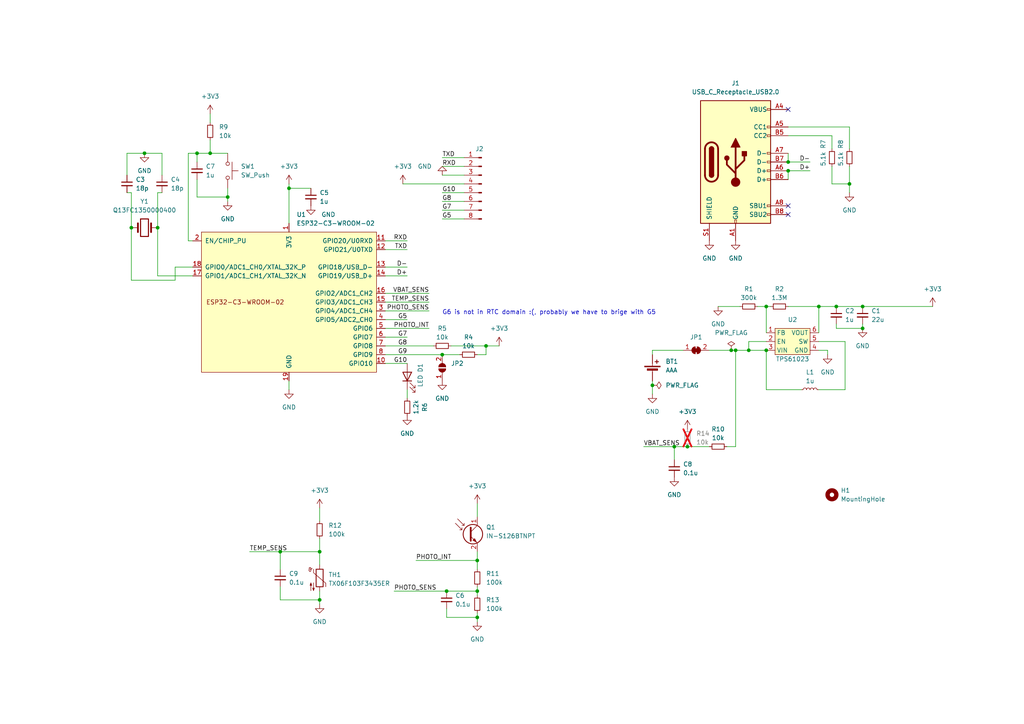
<source format=kicad_sch>
(kicad_sch (version 20231120) (generator "eeschema") (generator_version "8.0")
  (paper "A4")
  (title_block (title "ESP-AAA") (date "2024-03-07") (rev "1.0") (comment 1 "https://cern-ohl.web.cern.ch/") (comment 2 "Licensed under CERN-OHL-W") (comment 4 "Repo: https://github.com/flaminggoat/esp-aaa-hw"))
  (lib_symbols
    (symbol "Connector:Conn_01x08_Pin" (pin_names (offset 1.016) hide)
      (property "Reference" "J" (at 0 10.16 0))
      (property "Value" "Conn_01x08_Pin" (at 0 -12.7 0))
      (symbol "Conn_01x08_Pin_1_1"
        (polyline (pts (xy 1.27 -10.16) (xy 0.8636 -10.16)) (stroke (width 0.1524)))
        (polyline (pts (xy 1.27 -7.62) (xy 0.8636 -7.62)) (stroke (width 0.1524)))
        (polyline (pts (xy 1.27 -5.08) (xy 0.8636 -5.08)) (stroke (width 0.1524)))
        (polyline (pts (xy 1.27 -2.54) (xy 0.8636 -2.54)) (stroke (width 0.1524)))
        (polyline (pts (xy 1.27 0) (xy 0.8636 0)) (stroke (width 0.1524)))
        (polyline (pts (xy 1.27 2.54) (xy 0.8636 2.54)) (stroke (width 0.1524)))
        (polyline (pts (xy 1.27 5.08) (xy 0.8636 5.08)) (stroke (width 0.1524)))
        (polyline (pts (xy 1.27 7.62) (xy 0.8636 7.62)) (stroke (width 0.1524)))
        (rectangle (start 0.8636 -10.033) (end 0 -10.287) (stroke (width 0.1524)) (fill (type outline)))
        (rectangle (start 0.8636 -7.493) (end 0 -7.747) (stroke (width 0.1524)) (fill (type outline)))
        (rectangle (start 0.8636 -4.953) (end 0 -5.207) (stroke (width 0.1524)) (fill (type outline)))
        (rectangle (start 0.8636 -2.413) (end 0 -2.667) (stroke (width 0.1524)) (fill (type outline)))
        (rectangle (start 0.8636 0.127) (end 0 -0.127) (stroke (width 0.1524)) (fill (type outline)))
        (rectangle (start 0.8636 2.667) (end 0 2.413) (stroke (width 0.1524)) (fill (type outline)))
        (rectangle (start 0.8636 5.207) (end 0 4.953) (stroke (width 0.1524)) (fill (type outline)))
        (rectangle (start 0.8636 7.747) (end 0 7.493) (stroke (width 0.1524)) (fill (type outline)))
        (pin passive line (at 5.08 7.62 180) (length 3.81) (name "Pin_1") (number "1"))
        (pin passive line (at 5.08 5.08 180) (length 3.81) (name "Pin_2") (number "2"))
        (pin passive line (at 5.08 2.54 180) (length 3.81) (name "Pin_3") (number "3"))
        (pin passive line (at 5.08 0 180) (length 3.81) (name "Pin_4") (number "4"))
        (pin passive line (at 5.08 -2.54 180) (length 3.81) (name "Pin_5") (number "5"))
        (pin passive line (at 5.08 -5.08 180) (length 3.81) (name "Pin_6") (number "6"))
        (pin passive line (at 5.08 -7.62 180) (length 3.81) (name "Pin_7") (number "7"))
        (pin passive line (at 5.08 -10.16 180) (length 3.81) (name "Pin_8") (number "8"))
      )
    )
    (symbol "Connector:USB_C_Receptacle_USB2.0" (pin_names (offset 1.016))
      (property "Reference" "J" (at -10.16 19.05 0))
      (property "Value" "USB_C_Receptacle_USB2.0" (at 19.05 19.05 0))
      (symbol "USB_C_Receptacle_USB2.0_0_0"
        (rectangle (start -0.254 -17.78) (end 0.254 -16.764))
        (rectangle (start 10.16 -14.986) (end 9.144 -15.494))
        (rectangle (start 10.16 -12.446) (end 9.144 -12.954))
        (rectangle (start 10.16 -4.826) (end 9.144 -5.334))
        (rectangle (start 10.16 -2.286) (end 9.144 -2.794))
        (rectangle (start 10.16 0.254) (end 9.144 -0.254))
        (rectangle (start 10.16 2.794) (end 9.144 2.286))
        (rectangle (start 10.16 7.874) (end 9.144 7.366))
        (rectangle (start 10.16 10.414) (end 9.144 9.906))
        (rectangle (start 10.16 15.494) (end 9.144 14.986))
      )
      (symbol "USB_C_Receptacle_USB2.0_0_1"
        (rectangle (start -10.16 17.78) (end 10.16 -17.78) (stroke (width 0.254)) (fill (type background)))
        (arc (start -8.89 -3.81) (mid -6.985 -5.7067) (end -5.08 -3.81) (stroke (width 0.508)))
        (arc (start -7.62 -3.81) (mid -6.985 -4.4423) (end -6.35 -3.81) (stroke (width 0.254)))
        (arc (start -7.62 -3.81) (mid -6.985 -4.4423) (end -6.35 -3.81) (stroke (width 0.254)) (fill (type outline)))
        (rectangle (start -7.62 -3.81) (end -6.35 3.81) (stroke (width 0.254)) (fill (type outline)))
        (arc (start -6.35 3.81) (mid -6.985 4.4423) (end -7.62 3.81) (stroke (width 0.254)))
        (arc (start -6.35 3.81) (mid -6.985 4.4423) (end -7.62 3.81) (stroke (width 0.254)) (fill (type outline)))
        (arc (start -5.08 3.81) (mid -6.985 5.7067) (end -8.89 3.81) (stroke (width 0.508)))
        (circle (center -2.54 1.143) (radius 0.635) (stroke (width 0.254)) (fill (type outline)))
        (circle (center 0 -5.842) (radius 1.27) (fill (type outline)))
        (polyline (pts (xy -8.89 -3.81) (xy -8.89 3.81)) (stroke (width 0.508)))
        (polyline (pts (xy -5.08 3.81) (xy -5.08 -3.81)) (stroke (width 0.508)))
        (polyline (pts (xy 0 -5.842) (xy 0 4.318)) (stroke (width 0.508)))
        (polyline (pts (xy 0 -3.302) (xy -2.54 -0.762) (xy -2.54 0.508)) (stroke (width 0.508)))
        (polyline (pts (xy 0 -2.032) (xy 2.54 0.508) (xy 2.54 1.778)) (stroke (width 0.508)))
        (polyline (pts (xy -1.27 4.318) (xy 0 6.858) (xy 1.27 4.318) (xy -1.27 4.318)) (stroke (width 0.254)) (fill (type outline)))
        (rectangle (start 1.905 1.778) (end 3.175 3.048) (stroke (width 0.254)) (fill (type outline)))
      )
      (symbol "USB_C_Receptacle_USB2.0_1_1"
        (pin passive line (at 0 -22.86 90) (length 5.08) (name "GND") (number "A1"))
        (pin passive line (at 0 -22.86 90) (length 5.08) hide (name "GND") (number "A12"))
        (pin passive line (at 15.24 15.24 180) (length 5.08) (name "VBUS") (number "A4"))
        (pin bidirectional line (at 15.24 10.16 180) (length 5.08) (name "CC1") (number "A5"))
        (pin bidirectional line (at 15.24 -2.54 180) (length 5.08) (name "D+") (number "A6"))
        (pin bidirectional line (at 15.24 2.54 180) (length 5.08) (name "D-") (number "A7"))
        (pin bidirectional line (at 15.24 -12.7 180) (length 5.08) (name "SBU1") (number "A8"))
        (pin passive line (at 15.24 15.24 180) (length 5.08) hide (name "VBUS") (number "A9"))
        (pin passive line (at 0 -22.86 90) (length 5.08) hide (name "GND") (number "B1"))
        (pin passive line (at 0 -22.86 90) (length 5.08) hide (name "GND") (number "B12"))
        (pin passive line (at 15.24 15.24 180) (length 5.08) hide (name "VBUS") (number "B4"))
        (pin bidirectional line (at 15.24 7.62 180) (length 5.08) (name "CC2") (number "B5"))
        (pin bidirectional line (at 15.24 -5.08 180) (length 5.08) (name "D+") (number "B6"))
        (pin bidirectional line (at 15.24 0 180) (length 5.08) (name "D-") (number "B7"))
        (pin bidirectional line (at 15.24 -15.24 180) (length 5.08) (name "SBU2") (number "B8"))
        (pin passive line (at 15.24 15.24 180) (length 5.08) hide (name "VBUS") (number "B9"))
        (pin passive line (at -7.62 -22.86 90) (length 5.08) (name "SHIELD") (number "S1"))
      )
    )
    (symbol "Device:Battery_Cell" (pin_numbers hide) (pin_names (offset 0) hide)
      (property "Reference" "BT" (at 2.54 2.54 0))
      (property "Value" "Battery_Cell" (at 2.54 0 0))
      (symbol "Battery_Cell_0_1"
        (rectangle (start -2.286 1.778) (end 2.286 1.524) (fill (type outline)))
        (rectangle (start -1.524 1.016) (end 1.524 0.508) (fill (type outline)))
        (polyline (pts (xy 0 0.762) (xy 0 0)))
        (polyline (pts (xy 0 1.778) (xy 0 2.54)))
        (polyline (pts (xy 0.762 3.048) (xy 1.778 3.048)) (stroke (width 0.254)))
        (polyline (pts (xy 1.27 3.556) (xy 1.27 2.54)) (stroke (width 0.254)))
      )
      (symbol "Battery_Cell_1_1"
        (pin passive line (at 0 5.08 270) (length 2.54) (name "+") (number "1"))
        (pin passive line (at 0 -2.54 90) (length 2.54) (name "-") (number "2"))
      )
    )
    (symbol "Device:C_Small" (pin_numbers hide) (pin_names (offset 0.254) hide)
      (property "Reference" "C" (at 0.254 1.778 0))
      (property "Value" "C_Small" (at 0.254 -2.032 0))
      (symbol "C_Small_0_1"
        (polyline (pts (xy -1.524 -0.508) (xy 1.524 -0.508)) (stroke (width 0.3302)))
        (polyline (pts (xy -1.524 0.508) (xy 1.524 0.508)) (stroke (width 0.3048)))
      )
      (symbol "C_Small_1_1"
        (pin passive line (at 0 2.54 270) (length 2.032) (name "~") (number "1"))
        (pin passive line (at 0 -2.54 90) (length 2.032) (name "~") (number "2"))
      )
    )
    (symbol "Device:Crystal" (pin_numbers hide) (pin_names (offset 1.016) hide)
      (property "Reference" "Y" (at 0 3.81 0))
      (property "Value" "Crystal" (at 0 -3.81 0))
      (symbol "Crystal_0_1"
        (rectangle (start -1.143 2.54) (end 1.143 -2.54) (stroke (width 0.3048)))
        (polyline (pts (xy -2.54 0) (xy -1.905 0)))
        (polyline (pts (xy -1.905 -1.27) (xy -1.905 1.27)) (stroke (width 0.508)))
        (polyline (pts (xy 1.905 -1.27) (xy 1.905 1.27)) (stroke (width 0.508)))
        (polyline (pts (xy 2.54 0) (xy 1.905 0)))
      )
      (symbol "Crystal_1_1"
        (pin passive line (at -3.81 0 0) (length 1.27) (name "1") (number "1"))
        (pin passive line (at 3.81 0 180) (length 1.27) (name "2") (number "2"))
      )
    )
    (symbol "Device:LED" (pin_numbers hide) (pin_names (offset 1.016) hide)
      (property "Reference" "D" (at 0 2.54 0))
      (property "Value" "LED" (at 0 -2.54 0))
      (symbol "LED_0_1"
        (polyline (pts (xy -1.27 -1.27) (xy -1.27 1.27)) (stroke (width 0.254)))
        (polyline (pts (xy -1.27 0) (xy 1.27 0)))
        (polyline (pts (xy 1.27 -1.27) (xy 1.27 1.27) (xy -1.27 0) (xy 1.27 -1.27)) (stroke (width 0.254)))
        (polyline (pts (xy -3.048 -0.762) (xy -4.572 -2.286) (xy -3.81 -2.286) (xy -4.572 -2.286) (xy -4.572 -1.524)))
        (polyline (pts (xy -1.778 -0.762) (xy -3.302 -2.286) (xy -2.54 -2.286) (xy -3.302 -2.286) (xy -3.302 -1.524)))
      )
      (symbol "LED_1_1"
        (pin passive line (at -3.81 0 0) (length 2.54) (name "K") (number "1"))
        (pin passive line (at 3.81 0 180) (length 2.54) (name "A") (number "2"))
      )
    )
    (symbol "Device:L_Small" (pin_numbers hide) (pin_names (offset 0.254) hide)
      (property "Reference" "L" (at 0.762 1.016 0))
      (property "Value" "L_Small" (at 0.762 -1.016 0))
      (symbol "L_Small_0_1"
        (arc (start 0 -2.032) (mid 0.5058 -1.524) (end 0 -1.016))
        (arc (start 0 -1.016) (mid 0.5058 -0.508) (end 0 0))
        (arc (start 0 0) (mid 0.5058 0.508) (end 0 1.016))
        (arc (start 0 1.016) (mid 0.5058 1.524) (end 0 2.032))
      )
      (symbol "L_Small_1_1"
        (pin passive line (at 0 2.54 270) (length 0.508) (name "~") (number "1"))
        (pin passive line (at 0 -2.54 90) (length 0.508) (name "~") (number "2"))
      )
    )
    (symbol "Device:Q_Photo_NPN" (pin_names (offset 0) hide)
      (property "Reference" "Q" (at 5.08 1.27 0))
      (property "Value" "Q_Photo_NPN" (at 5.08 -1.27 0))
      (symbol "Q_Photo_NPN_0_1"
        (polyline (pts (xy -1.905 1.27) (xy -2.54 1.27)))
        (polyline (pts (xy -1.27 2.54) (xy -1.905 2.54)))
        (polyline (pts (xy 0.635 0.635) (xy 2.54 2.54)))
        (polyline (pts (xy -3.81 3.175) (xy -1.905 1.27) (xy -1.905 1.905)))
        (polyline (pts (xy -3.175 4.445) (xy -1.27 2.54) (xy -1.27 3.175)))
        (polyline (pts (xy 0.635 -0.635) (xy 2.54 -2.54) (xy 2.54 -2.54)))
        (polyline (pts (xy 0.635 1.905) (xy 0.635 -1.905) (xy 0.635 -1.905)) (stroke (width 0.508)))
        (polyline (pts (xy 1.27 -1.778) (xy 1.778 -1.27) (xy 2.286 -2.286) (xy 1.27 -1.778) (xy 1.27 -1.778)) (fill (type outline)))
        (circle (center 1.27 0) (radius 2.8194) (stroke (width 0.254)))
      )
      (symbol "Q_Photo_NPN_1_1"
        (pin passive line (at 2.54 5.08 270) (length 2.54) (name "C") (number "1"))
        (pin passive line (at 2.54 -5.08 90) (length 2.54) (name "E") (number "2"))
      )
    )
    (symbol "Device:R_Small" (pin_numbers hide) (pin_names (offset 0.254) hide)
      (property "Reference" "R" (at 0.762 0.508 0))
      (property "Value" "R_Small" (at 0.762 -1.016 0))
      (symbol "R_Small_0_1"
        (rectangle (start -0.762 1.778) (end 0.762 -1.778) (stroke (width 0.2032)))
      )
      (symbol "R_Small_1_1"
        (pin passive line (at 0 2.54 270) (length 0.762) (name "~") (number "1"))
        (pin passive line (at 0 -2.54 90) (length 0.762) (name "~") (number "2"))
      )
    )
    (symbol "Device:Thermistor_NTC" (pin_numbers hide) (pin_names (offset 0))
      (property "Reference" "TH" (at -4.445 0 90))
      (property "Value" "Thermistor_NTC" (at 3.175 0 90))
      (symbol "Thermistor_NTC_0_1"
        (arc (start -3.048 2.159) (mid -3.0495 2.3143) (end -3.175 2.413))
        (arc (start -3.048 2.159) (mid -2.9736 1.9794) (end -2.794 1.905))
        (arc (start -3.048 2.794) (mid -2.9736 2.6144) (end -2.794 2.54))
        (arc (start -2.794 1.905) (mid -2.6144 1.9794) (end -2.54 2.159))
        (arc (start -2.794 2.54) (mid -2.4393 2.5587) (end -2.159 2.794))
        (arc (start -2.794 3.048) (mid -2.9736 2.9736) (end -3.048 2.794))
        (arc (start -2.54 2.794) (mid -2.6144 2.9736) (end -2.794 3.048))
        (rectangle (start -1.016 2.54) (end 1.016 -2.54) (stroke (width 0.254)))
        (polyline (pts (xy -2.54 2.159) (xy -2.54 2.794)))
        (polyline (pts (xy -1.778 2.54) (xy -1.778 1.524) (xy 1.778 -1.524) (xy 1.778 -2.54)))
        (polyline (pts (xy -2.54 -3.683) (xy -2.54 -1.397) (xy -2.794 -2.159) (xy -2.286 -2.159) (xy -2.54 -1.397) (xy -2.54 -1.651)) (fill (type outline)))
        (polyline (pts (xy -1.778 -1.397) (xy -1.778 -3.683) (xy -2.032 -2.921) (xy -1.524 -2.921) (xy -1.778 -3.683) (xy -1.778 -3.429)) (fill (type outline)))
      )
      (symbol "Thermistor_NTC_1_1"
        (pin passive line (at 0 3.81 270) (length 1.27) (name "~") (number "1"))
        (pin passive line (at 0 -3.81 90) (length 1.27) (name "~") (number "2"))
      )
    )
    (symbol "Jumper:SolderJumper_2_Bridged" (pin_names (offset 0) hide)
      (property "Reference" "JP" (at 0 2.032 0))
      (property "Value" "SolderJumper_2_Bridged" (at 0 -2.54 0))
      (symbol "SolderJumper_2_Bridged_0_1"
        (rectangle (start -0.508 0.508) (end 0.508 -0.508) (fill (type outline)))
        (arc (start -0.254 1.016) (mid -1.2656 0) (end -0.254 -1.016))
        (arc (start -0.254 1.016) (mid -1.2656 0) (end -0.254 -1.016) (fill (type outline)))
        (polyline (pts (xy -0.254 1.016) (xy -0.254 -1.016)))
        (polyline (pts (xy 0.254 1.016) (xy 0.254 -1.016)))
        (arc (start 0.254 -1.016) (mid 1.2656 0) (end 0.254 1.016))
        (arc (start 0.254 -1.016) (mid 1.2656 0) (end 0.254 1.016) (fill (type outline)))
      )
      (symbol "SolderJumper_2_Bridged_1_1"
        (pin passive line (at -3.81 0 0) (length 2.54) (name "A") (number "1"))
        (pin passive line (at 3.81 0 180) (length 2.54) (name "B") (number "2"))
      )
    )
    (symbol "Jumper:SolderJumper_2_Open" (pin_names (offset 0) hide)
      (property "Reference" "JP" (at 0 2.032 0))
      (property "Value" "SolderJumper_2_Open" (at 0 -2.54 0))
      (symbol "SolderJumper_2_Open_0_1"
        (arc (start -0.254 1.016) (mid -1.2656 0) (end -0.254 -1.016))
        (arc (start -0.254 1.016) (mid -1.2656 0) (end -0.254 -1.016) (fill (type outline)))
        (polyline (pts (xy -0.254 1.016) (xy -0.254 -1.016)))
        (polyline (pts (xy 0.254 1.016) (xy 0.254 -1.016)))
        (arc (start 0.254 -1.016) (mid 1.2656 0) (end 0.254 1.016))
        (arc (start 0.254 -1.016) (mid 1.2656 0) (end 0.254 1.016) (fill (type outline)))
      )
      (symbol "SolderJumper_2_Open_1_1"
        (pin passive line (at -3.81 0 0) (length 2.54) (name "A") (number "1"))
        (pin passive line (at 3.81 0 180) (length 2.54) (name "B") (number "2"))
      )
    )
    (symbol "Mechanical:MountingHole" (pin_names (offset 1.016))
      (property "Reference" "H" (at 0 5.08 0))
      (property "Value" "MountingHole" (at 0 3.175 0))
      (symbol "MountingHole_0_1"
        (circle (center 0 0) (radius 1.27) (stroke (width 1.27)))
      )
    )
    (symbol "PCM_Espressif:ESP32-C3-WROOM-02" (pin_names (offset 1.016))
      (property "Reference" "U" (at -25.4 25.4 0))
      (property "Value" "ESP32-C3-WROOM-02" (at -25.4 22.86 0))
      (symbol "ESP32-C3-WROOM-02_0_0"
        (text "ESP32-C3-WROOM-02" (at -12.7 0 0) (effects (font (size 1.27 1.27))))
      )
      (symbol "ESP32-C3-WROOM-02_0_1"
        (rectangle (start 25.4 20.32) (end -25.4 -20.32) (fill (type background)))
      )
      (symbol "ESP32-C3-WROOM-02_1_1"
        (pin power_in line (at 0 22.86 270) (length 2.54) (name "3V3") (number "1"))
        (pin bidirectional line (at 27.94 -17.78 180) (length 2.54) (name "GPIO10") (number "10"))
        (pin bidirectional line (at 27.94 17.78 180) (length 2.54) (name "GPIO20/U0RXD") (number "11"))
        (pin bidirectional line (at 27.94 15.24 180) (length 2.54) (name "GPIO21/U0TXD") (number "12"))
        (pin bidirectional line (at 27.94 10.16 180) (length 2.54) (name "GPIO18/USB_D-") (number "13"))
        (pin bidirectional line (at 27.94 7.62 180) (length 2.54) (name "GPIO19/USB_D+") (number "14"))
        (pin bidirectional line (at 27.94 0 180) (length 2.54) (name "GPIO3/ADC1_CH3") (number "15"))
        (pin bidirectional line (at 27.94 2.54 180) (length 2.54) (name "GPIO2/ADC1_CH2") (number "16"))
        (pin bidirectional line (at -27.94 7.62 0) (length 2.54) (name "GPIO1/ADC1_CH1/XTAL_32K_N") (number "17"))
        (pin bidirectional line (at -27.94 10.16 0) (length 2.54) (name "GPIO0/ADC1_CH0/XTAL_32K_P") (number "18"))
        (pin power_in line (at 0 -22.86 90) (length 2.54) (name "GND") (number "19"))
        (pin input line (at -27.94 17.78 0) (length 2.54) (name "EN/CHIP_PU") (number "2"))
        (pin bidirectional line (at 27.94 -2.54 180) (length 2.54) (name "GPIO4/ADC1_CH4") (number "3"))
        (pin bidirectional line (at 27.94 -5.08 180) (length 2.54) (name "GPIO5/ADC2_CH0") (number "4"))
        (pin bidirectional line (at 27.94 -7.62 180) (length 2.54) (name "GPIO6") (number "5"))
        (pin bidirectional line (at 27.94 -10.16 180) (length 2.54) (name "GPIO7") (number "6"))
        (pin bidirectional line (at 27.94 -12.7 180) (length 2.54) (name "GPIO8") (number "7"))
        (pin bidirectional line (at 27.94 -15.24 180) (length 2.54) (name "GPIO9") (number "8"))
        (pin passive line (at 0 -22.86 90) (length 2.54) hide (name "GND") (number "9"))
      )
    )
    (symbol "Switch:SW_Push" (pin_numbers hide) (pin_names (offset 1.016) hide)
      (property "Reference" "SW" (at 1.27 2.54 0))
      (property "Value" "SW_Push" (at 0 -1.524 0))
      (symbol "SW_Push_0_1"
        (circle (center -2.032 0) (radius 0.508))
        (polyline (pts (xy 0 1.27) (xy 0 3.048)))
        (polyline (pts (xy 2.54 1.27) (xy -2.54 1.27)))
        (circle (center 2.032 0) (radius 0.508))
        (pin passive line (at -5.08 0 0) (length 2.54) (name "1") (number "1"))
        (pin passive line (at 5.08 0 180) (length 2.54) (name "2") (number "2"))
      )
    )
    (symbol "power:+3V3" (power) (pin_names (offset 0))
      (property "Value" "+3V3" (at 0 3.556 0))
      (symbol "+3V3_0_1"
        (polyline (pts (xy -0.762 1.27) (xy 0 2.54)))
        (polyline (pts (xy 0 0) (xy 0 2.54)))
        (polyline (pts (xy 0 2.54) (xy 0.762 1.27)))
      )
      (symbol "+3V3_1_1"
        (pin power_in line (at 0 0 90) (length 0) hide (name "+3V3") (number "1"))
      )
    )
    (symbol "power:GND" (power) (pin_names (offset 0))
      (property "Value" "GND" (at 0 -3.81 0))
      (symbol "GND_0_1"
        (polyline (pts (xy 0 0) (xy 0 -1.27) (xy 1.27 -1.27) (xy 0 -2.54) (xy -1.27 -1.27) (xy 0 -1.27)))
      )
      (symbol "GND_1_1"
        (pin power_in line (at 0 0 270) (length 0) hide (name "GND") (number "1"))
      )
    )
    (symbol "power:PWR_FLAG" (power) (pin_numbers hide) (pin_names (offset 0) hide)
      (property "Value" "PWR_FLAG" (at 0 3.81 0))
      (symbol "PWR_FLAG_0_0"
        (pin power_out line (at 0 0 90) (length 0) (name "pwr") (number "1"))
      )
      (symbol "PWR_FLAG_0_1"
        (polyline (pts (xy 0 0) (xy 0 1.27) (xy -1.016 1.905) (xy 0 2.54) (xy 1.016 1.905) (xy 0 1.27)))
      )
    )
    (symbol "tps61023:TPS61023"
      (property "Reference" "U" (at 0 5.08 0))
      (symbol "TPS61023_1_1"
        (rectangle (start -5.08 3.81) (end 5.08 -3.81) (fill (type background)))
        (pin input line (at -7.62 2.54 0) (length 2.54) (name "FB") (number "1"))
        (pin input line (at -7.62 0 0) (length 2.54) (name "EN") (number "2"))
        (pin power_in line (at -7.62 -2.54 0) (length 2.54) (name "VIN") (number "3"))
        (pin power_in line (at 7.62 -2.54 180) (length 2.54) (name "GND") (number "4"))
        (pin power_out line (at 7.62 0 180) (length 2.54) (name "SW") (number "5"))
        (pin power_out line (at 7.62 2.54 180) (length 2.54) (name "VOUT") (number "6"))
      )
    )
  )
  (junction (at 222.25 88.9))
  (junction (at 92.71 160.02))
  (junction (at 66.04 57.15))
  (junction (at 199.39 129.54))
  (junction (at 92.71 173.99))
  (junction (at 81.28 160.02))
  (junction (at 228.6 49.53))
  (junction (at 212.09 101.6))
  (junction (at 41.91 44.45))
  (junction (at 138.43 162.56))
  (junction (at 213.36 101.6))
  (junction (at 129.54 171.45))
  (junction (at 228.6 46.99))
  (junction (at 138.43 171.45))
  (junction (at 138.43 179.07))
  (junction (at 237.49 88.9))
  (junction (at 217.17 101.6))
  (junction (at 246.38 53.34))
  (junction (at 38.1 66.04))
  (junction (at 222.25 101.6))
  (junction (at 128.27 102.87))
  (junction (at 45.72 66.04))
  (junction (at 195.58 129.54))
  (junction (at 140.97 100.33))
  (junction (at 83.82 54.61))
  (junction (at 250.19 88.9))
  (junction (at 57.15 44.45))
  (junction (at 189.23 111.76))
  (junction (at 242.57 88.9))
  (junction (at 60.96 44.45))
  (junction (at 250.19 95.25))
  (no_connect (at 228.6 31.75))
  (no_connect (at 228.6 62.23))
  (no_connect (at 228.6 59.69))
  (wire (pts (xy 83.82 53.34) (xy 83.82 54.61)))
  (wire (pts (xy 129.54 179.07) (xy 138.43 179.07)))
  (wire (pts (xy 241.3 39.37) (xy 228.6 39.37)))
  (wire (pts (xy 222.25 88.9) (xy 223.52 88.9)))
  (wire (pts (xy 36.83 55.88) (xy 38.1 55.88)))
  (wire (pts (xy 66.04 44.45) (xy 60.96 44.45)))
  (wire (pts (xy 120.65 162.56) (xy 138.43 162.56)))
  (wire (pts (xy 138.43 171.45) (xy 138.43 172.72)))
  (wire (pts (xy 186.69 129.54) (xy 195.58 129.54)))
  (wire (pts (xy 134.62 53.34) (xy 116.84 53.34)))
  (wire (pts (xy 81.28 173.99) (xy 92.71 173.99)))
  (wire (pts (xy 111.76 80.01) (xy 118.11 80.01)))
  (wire (pts (xy 228.6 49.53) (xy 228.6 52.07)))
  (wire (pts (xy 111.76 72.39) (xy 118.11 72.39)))
  (wire (pts (xy 214.63 88.9) (xy 208.28 88.9)))
  (wire (pts (xy 241.3 48.26) (xy 241.3 53.34)))
  (wire (pts (xy 111.76 100.33) (xy 125.73 100.33)))
  (wire (pts (xy 66.04 57.15) (xy 66.04 58.42)))
  (wire (pts (xy 199.39 129.54) (xy 195.58 129.54)))
  (wire (pts (xy 237.49 88.9) (xy 237.49 96.52)))
  (wire (pts (xy 111.76 92.71) (xy 118.11 92.71)))
  (wire (pts (xy 57.15 52.07) (xy 57.15 57.15)))
  (wire (pts (xy 241.3 53.34) (xy 246.38 53.34)))
  (wire (pts (xy 140.97 100.33) (xy 144.78 100.33)))
  (wire (pts (xy 46.99 44.45) (xy 41.91 44.45)))
  (wire (pts (xy 240.03 102.87) (xy 240.03 101.6)))
  (wire (pts (xy 38.1 81.28) (xy 50.8 81.28)))
  (wire (pts (xy 138.43 102.87) (xy 140.97 102.87)))
  (wire (pts (xy 246.38 53.34) (xy 246.38 48.26)))
  (wire (pts (xy 138.43 177.8) (xy 138.43 179.07)))
  (wire (pts (xy 134.62 63.5) (xy 128.27 63.5)))
  (wire (pts (xy 189.23 101.6) (xy 189.23 102.87)))
  (wire (pts (xy 222.25 101.6) (xy 217.17 101.6)))
  (wire (pts (xy 54.61 44.45) (xy 57.15 44.45)))
  (wire (pts (xy 189.23 114.3) (xy 189.23 111.76)))
  (wire (pts (xy 111.76 87.63) (xy 124.46 87.63)))
  (wire (pts (xy 50.8 77.47) (xy 55.88 77.47)))
  (wire (pts (xy 245.11 99.06) (xy 237.49 99.06)))
  (wire (pts (xy 210.82 129.54) (xy 213.36 129.54)))
  (wire (pts (xy 45.72 80.01) (xy 55.88 80.01)))
  (wire (pts (xy 134.62 58.42) (xy 128.27 58.42)))
  (wire (pts (xy 213.36 101.6) (xy 217.17 101.6)))
  (wire (pts (xy 111.76 90.17) (xy 124.46 90.17)))
  (wire (pts (xy 38.1 55.88) (xy 38.1 66.04)))
  (wire (pts (xy 138.43 162.56) (xy 138.43 160.02)))
  (wire (pts (xy 212.09 101.6) (xy 213.36 101.6)))
  (wire (pts (xy 72.39 160.02) (xy 81.28 160.02)))
  (wire (pts (xy 128.27 102.87) (xy 133.35 102.87)))
  (wire (pts (xy 134.62 48.26) (xy 128.27 48.26)))
  (wire (pts (xy 54.61 44.45) (xy 54.61 69.85)))
  (wire (pts (xy 219.71 88.9) (xy 222.25 88.9)))
  (wire (pts (xy 111.76 85.09) (xy 124.46 85.09)))
  (wire (pts (xy 130.81 100.33) (xy 140.97 100.33)))
  (wire (pts (xy 245.11 113.03) (xy 245.11 99.06)))
  (wire (pts (xy 222.25 101.6) (xy 222.25 113.03)))
  (wire (pts (xy 228.6 49.53) (xy 234.95 49.53)))
  (wire (pts (xy 240.03 101.6) (xy 237.49 101.6)))
  (wire (pts (xy 228.6 88.9) (xy 237.49 88.9)))
  (wire (pts (xy 57.15 57.15) (xy 66.04 57.15)))
  (wire (pts (xy 138.43 179.07) (xy 138.43 180.34)))
  (wire (pts (xy 189.23 101.6) (xy 198.12 101.6)))
  (wire (pts (xy 250.19 88.9) (xy 270.51 88.9)))
  (wire (pts (xy 60.96 33.02) (xy 60.96 35.56)))
  (wire (pts (xy 134.62 60.96) (xy 128.27 60.96)))
  (wire (pts (xy 83.82 54.61) (xy 83.82 64.77)))
  (wire (pts (xy 81.28 160.02) (xy 92.71 160.02)))
  (wire (pts (xy 129.54 176.53) (xy 129.54 179.07)))
  (wire (pts (xy 55.88 69.85) (xy 54.61 69.85)))
  (wire (pts (xy 246.38 53.34) (xy 246.38 55.88)))
  (wire (pts (xy 242.57 88.9) (xy 237.49 88.9)))
  (wire (pts (xy 250.19 95.25) (xy 250.19 93.98)))
  (wire (pts (xy 92.71 147.32) (xy 92.71 151.13)))
  (wire (pts (xy 60.96 40.64) (xy 60.96 44.45)))
  (wire (pts (xy 45.72 66.04) (xy 45.72 80.01)))
  (wire (pts (xy 222.25 99.06) (xy 217.17 99.06)))
  (wire (pts (xy 92.71 171.45) (xy 92.71 173.99)))
  (wire (pts (xy 222.25 113.03) (xy 232.41 113.03)))
  (wire (pts (xy 111.76 97.79) (xy 118.11 97.79)))
  (wire (pts (xy 92.71 156.21) (xy 92.71 160.02)))
  (wire (pts (xy 57.15 44.45) (xy 60.96 44.45)))
  (wire (pts (xy 41.91 44.45) (xy 36.83 44.45)))
  (wire (pts (xy 195.58 129.54) (xy 195.58 133.35)))
  (wire (pts (xy 111.76 102.87) (xy 128.27 102.87)))
  (wire (pts (xy 83.82 113.03) (xy 83.82 110.49)))
  (wire (pts (xy 92.71 173.99) (xy 92.71 175.26)))
  (wire (pts (xy 111.76 77.47) (xy 118.11 77.47)))
  (wire (pts (xy 45.72 55.88) (xy 45.72 66.04)))
  (wire (pts (xy 66.04 54.61) (xy 66.04 57.15)))
  (wire (pts (xy 140.97 100.33) (xy 140.97 102.87)))
  (wire (pts (xy 83.82 54.61) (xy 90.17 54.61)))
  (wire (pts (xy 38.1 66.04) (xy 38.1 81.28)))
  (wire (pts (xy 241.3 43.18) (xy 241.3 39.37)))
  (wire (pts (xy 46.99 50.8) (xy 46.99 44.45)))
  (wire (pts (xy 57.15 44.45) (xy 57.15 46.99)))
  (wire (pts (xy 246.38 36.83) (xy 228.6 36.83)))
  (wire (pts (xy 217.17 99.06) (xy 217.17 101.6)))
  (wire (pts (xy 237.49 113.03) (xy 245.11 113.03)))
  (wire (pts (xy 212.09 101.6) (xy 205.74 101.6)))
  (wire (pts (xy 118.11 113.03) (xy 118.11 115.57)))
  (wire (pts (xy 205.74 129.54) (xy 199.39 129.54)))
  (wire (pts (xy 242.57 95.25) (xy 250.19 95.25)))
  (wire (pts (xy 128.27 45.72) (xy 134.62 45.72)))
  (wire (pts (xy 81.28 170.18) (xy 81.28 173.99)))
  (wire (pts (xy 114.3 171.45) (xy 129.54 171.45)))
  (wire (pts (xy 129.54 171.45) (xy 138.43 171.45)))
  (wire (pts (xy 222.25 88.9) (xy 222.25 96.52)))
  (wire (pts (xy 242.57 93.98) (xy 242.57 95.25)))
  (wire (pts (xy 81.28 160.02) (xy 81.28 165.1)))
  (wire (pts (xy 189.23 111.76) (xy 189.23 110.49)))
  (wire (pts (xy 246.38 43.18) (xy 246.38 36.83)))
  (wire (pts (xy 134.62 55.88) (xy 128.27 55.88)))
  (wire (pts (xy 213.36 129.54) (xy 213.36 101.6)))
  (wire (pts (xy 92.71 160.02) (xy 92.71 163.83)))
  (wire (pts (xy 111.76 95.25) (xy 124.46 95.25)))
  (wire (pts (xy 111.76 105.41) (xy 118.11 105.41)))
  (wire (pts (xy 138.43 146.05) (xy 138.43 149.86)))
  (wire (pts (xy 134.62 50.8) (xy 128.27 50.8)))
  (wire (pts (xy 250.19 88.9) (xy 242.57 88.9)))
  (wire (pts (xy 228.6 44.45) (xy 228.6 46.99)))
  (wire (pts (xy 138.43 170.18) (xy 138.43 171.45)))
  (wire (pts (xy 228.6 46.99) (xy 234.95 46.99)))
  (wire (pts (xy 46.99 55.88) (xy 45.72 55.88)))
  (wire (pts (xy 36.83 44.45) (xy 36.83 50.8)))
  (wire (pts (xy 138.43 162.56) (xy 138.43 165.1)))
  (wire (pts (xy 50.8 81.28) (xy 50.8 77.47)))
  (wire (pts (xy 111.76 69.85) (xy 118.11 69.85)))
  (text "G6 is not in RTC domain :(, probably we have to brige with G5\n" (at 128.27 91.44 0) (effects (font (size 1.27 1.27)) (justify left bottom)))
  (label "TXD" (at 118.11 72.39 180))
  (label "TEMP_SENS" (at 72.39 160.02 0))
  (label "G5" (at 128.27 63.5 0))
  (label "G10" (at 118.11 105.41 180))
  (label "G7" (at 128.27 60.96 0))
  (label "D-" (at 234.95 46.99 180))
  (label "TEMP_SENS" (at 124.46 87.63 180))
  (label "G7" (at 118.11 97.79 180))
  (label "VBAT_SENS" (at 186.69 129.54 0))
  (label "D-" (at 118.11 77.47 180))
  (label "RXD" (at 118.11 69.85 180))
  (label "PHOTO_SENS" (at 114.3 171.45 0))
  (label "G5" (at 118.11 92.71 180))
  (label "G9" (at 118.11 102.87 180))
  (label "PHOTO_INT" (at 120.65 162.56 0))
  (label "G10" (at 128.27 55.88 0))
  (label "PHOTO_SENS" (at 124.46 90.17 180))
  (label "D+" (at 234.95 49.53 180))
  (label "D+" (at 118.11 80.01 180))
  (label "G8" (at 128.27 58.42 0))
  (label "TXD" (at 128.27 45.72 0))
  (label "PHOTO_INT" (at 124.46 95.25 180))
  (label "RXD" (at 128.27 48.26 0))
  (label "G8" (at 118.11 100.33 180))
  (label "VBAT_SENS" (at 124.46 85.09 180))
  (symbol (lib_id "power:+3V3") (at 60.96 33.02 0) (unit 1)
    (property "Reference" "#PWR019" (effects (hide yes)))
    (property "Value" "+3V3" (at 60.96 27.94 0))
  )
  (symbol (lib_id "Device:L_Small") (at 234.95 113.03 90) (unit 1)
    (property "Reference" "L1" (at 234.95 107.95 90))
    (property "Value" "1u" (at 234.95 110.49 90))
    (property "Footprint" "Inductor_SMD:L_Chilisin_BMRA00040415" (effects (hide yes)))
  )
  (symbol (lib_id "Device:R_Small") (at 138.43 175.26 0) (unit 1)
    (property "Reference" "R13" (at 140.97 173.99 0) (effects (justify left)))
    (property "Value" "100k" (at 140.97 176.53 0) (effects (justify left)))
    (property "Footprint" "Resistor_SMD:R_0603_1608Metric" (effects (hide yes)))
  )
  (symbol (lib_id "Device:R_Small") (at 60.96 38.1 180) (unit 1)
    (property "Reference" "R9" (at 63.5 36.83 0) (effects (justify right)))
    (property "Value" "10k" (at 63.5 39.37 0) (effects (justify right)))
    (property "Footprint" "Resistor_SMD:R_0603_1608Metric" (effects (hide yes)))
  )
  (symbol (lib_id "power:GND") (at 250.19 95.25 0) (unit 1)
    (property "Reference" "#PWR05" (effects (hide yes)))
    (property "Value" "GND" (at 250.19 100.33 0))
  )
  (symbol (lib_id "power:GND") (at 240.03 102.87 0) (unit 1)
    (property "Reference" "#PWR01" (effects (hide yes)))
    (property "Value" "GND" (at 240.03 107.95 0))
  )
  (symbol (lib_id "Device:R_Small") (at 217.17 88.9 90) (unit 1)
    (property "Reference" "R1" (at 217.17 83.82 90))
    (property "Value" "300k" (at 217.17 86.36 90))
    (property "Footprint" "Resistor_SMD:R_0603_1608Metric" (effects (hide yes)))
  )
  (symbol (lib_id "power:PWR_FLAG") (at 189.23 111.76 270) (unit 1)
    (property "Reference" "#FLG02" (effects (hide yes)))
    (property "Value" "PWR_FLAG" (at 193.04 111.76 90) (effects (justify left)))
  )
  (symbol (lib_id "power:GND") (at 41.91 44.45 0) (unit 1)
    (property "Reference" "#PWR06" (effects (hide yes)))
    (property "Value" "GND" (at 41.91 49.53 0))
  )
  (symbol (lib_id "Device:C_Small") (at 242.57 91.44 0) (unit 1)
    (property "Reference" "C2" (at 245.11 90.1763 0) (effects (justify left)))
    (property "Value" "1u" (at 245.11 92.7163 0) (effects (justify left)))
    (property "Footprint" "Capacitor_SMD:C_0603_1608Metric" (effects (hide yes)))
  )
  (symbol (lib_id "power:+3V3") (at 83.82 53.34 0) (unit 1)
    (property "Reference" "#PWR07" (effects (hide yes)))
    (property "Value" "+3V3" (at 83.82 48.26 0))
  )
  (symbol (lib_id "power:GND") (at 208.28 88.9 0) (unit 1)
    (property "Reference" "#PWR03" (effects (hide yes)))
    (property "Value" "GND" (at 208.28 93.98 0))
  )
  (symbol (lib_id "Switch:SW_Push") (at 66.04 49.53 270) (unit 1)
    (property "Reference" "SW1" (at 69.85 48.26 90) (effects (justify left)))
    (property "Value" "SW_Push" (at 69.85 50.8 90) (effects (justify left)))
    (property "Footprint" "Button_Switch_SMD:SW_Push_1P1T_XKB_TS-1187A" (effects (hide yes)))
  )
  (symbol (lib_id "power:GND") (at 92.71 175.26 0) (unit 1)
    (property "Reference" "#PWR09" (effects (hide yes)))
    (property "Value" "GND" (at 92.71 180.34 0))
  )
  (symbol (lib_id "tps61023:TPS61023") (at 229.87 99.06 0) (unit 1)
    (property "Reference" "U2" (at 229.87 92.71 0))
    (property "Value" "TPS61023" (at 229.87 104.14 0))
    (property "Footprint" "Package_TO_SOT_SMD:SOT-563" (effects (hide yes)))
    (property "Datasheet" "https://www.ti.com/lit/ds/symlink/tps61023.pdf" (effects (hide yes)))
  )
  (symbol (lib_id "power:+3V3") (at 92.71 147.32 0) (unit 1)
    (property "Reference" "#PWR022" (effects (hide yes)))
    (property "Value" "+3V3" (at 92.71 142.24 0))
  )
  (symbol (lib_id "power:+3V3") (at 199.39 124.46 0) (unit 1)
    (property "Reference" "#PWR012" (effects (hide yes)))
    (property "Value" "+3V3" (at 199.39 119.38 0))
  )
  (symbol (lib_id "Device:LED") (at 118.11 109.22 90) (unit 1)
    (property "Reference" "D1" (at 121.92 106.68 0))
    (property "Value" "LED" (at 121.92 110.49 0))
    (property "Footprint" "LED_SMD:LED_0603_1608Metric" (effects (hide yes)))
  )
  (symbol (lib_id "Device:C_Small") (at 57.15 49.53 0) (unit 1)
    (property "Reference" "C7" (at 59.69 48.2663 0) (effects (justify left)))
    (property "Value" "1u" (at 59.69 50.8063 0) (effects (justify left)))
    (property "Footprint" "Capacitor_SMD:C_0603_1608Metric" (effects (hide yes)))
  )
  (symbol (lib_id "Jumper:SolderJumper_2_Open") (at 128.27 106.68 90) (unit 1)
    (property "Reference" "JP2" (at 130.81 105.41 90) (effects (justify right)))
    (property "Value" "SolderJumper_2_Open" (effects (hide yes)))
    (property "Footprint" "Jumper:SolderJumper-2_P1.3mm_Open_TrianglePad1.0x1.5mm" (effects (hide yes)))
  )
  (symbol (lib_id "Device:R_Small") (at 138.43 167.64 0) (unit 1)
    (property "Reference" "R11" (at 140.97 166.37 0) (effects (justify left)))
    (property "Value" "100k" (at 140.97 168.91 0) (effects (justify left)))
    (property "Footprint" "Resistor_SMD:R_0603_1608Metric" (effects (hide yes)))
  )
  (symbol (lib_id "Device:Thermistor_NTC") (at 92.71 167.64 0) (unit 1)
    (property "Reference" "TH1" (at 95.25 166.6875 0) (effects (justify left)))
    (property "Value" "TX06F103F3435ER" (at 95.25 169.2275 0) (effects (justify left)))
    (property "Footprint" "Resistor_SMD:R_0603_1608Metric" (effects (hide yes)))
    (property "Datasheet" "https://www.ohmite.com/assets/docs/res_tx.pdf?r=false?r=false" (effects (hide yes)))
  )
  (symbol (lib_id "Device:R_Small") (at 199.39 127 0) (unit 1) (dnp yes)
    (property "Reference" "R14" (at 201.93 125.73 0) (effects (justify left)))
    (property "Value" "10k" (at 201.93 128.27 0) (effects (justify left)))
    (property "Footprint" "Resistor_SMD:R_0603_1608Metric" (effects (hide yes)))
  )
  (symbol (lib_id "Device:C_Small") (at 129.54 173.99 0) (unit 1)
    (property "Reference" "C6" (at 132.08 172.7263 0) (effects (justify left)))
    (property "Value" "0.1u" (at 132.08 175.2663 0) (effects (justify left)))
    (property "Footprint" "Capacitor_SMD:C_0603_1608Metric" (effects (hide yes)))
  )
  (symbol (lib_id "Device:Battery_Cell") (at 189.23 107.95 0) (unit 1)
    (property "Reference" "BT1" (at 193.04 104.8385 0) (effects (justify left)))
    (property "Value" "AAA" (at 193.04 107.3785 0) (effects (justify left)))
    (property "Footprint" "Battery:BatteryHolder_Keystone_2466_1xAAA" (effects (hide yes)))
  )
  (symbol (lib_id "Device:R_Small") (at 241.3 45.72 0) (unit 1)
    (property "Reference" "R7" (at 238.76 43.18 90) (effects (justify left)))
    (property "Value" "5.1k" (at 238.76 48.26 90) (effects (justify left)))
    (property "Footprint" "Resistor_SMD:R_0603_1608Metric" (effects (hide yes)))
  )
  (symbol (lib_id "Connector:Conn_01x08_Pin") (at 139.7 53.34 0) (mirror y) (unit 1)
    (property "Reference" "J2" (at 139.065 43.18 0))
    (property "Value" "Conn_01x08_Female" (effects (hide yes)))
    (property "Footprint" "Connector_PinHeader_2.54mm:PinHeader_1x08_P2.54mm_Vertical" (effects (hide yes)))
  )
  (symbol (lib_id "power:GND") (at 205.74 69.85 0) (unit 1)
    (property "Reference" "#PWR014" (effects (hide yes)))
    (property "Value" "GND" (at 205.74 74.93 0))
  )
  (symbol (lib_id "Device:C_Small") (at 195.58 135.89 0) (unit 1)
    (property "Reference" "C8" (at 198.12 134.6263 0) (effects (justify left)))
    (property "Value" "0.1u" (at 198.12 137.1663 0) (effects (justify left)))
    (property "Footprint" "Capacitor_SMD:C_0603_1608Metric" (effects (hide yes)))
  )
  (symbol (lib_id "Device:R_Small") (at 135.89 102.87 270) (unit 1)
    (property "Reference" "R4" (at 135.89 97.79 90))
    (property "Value" "10k" (at 135.89 100.33 90))
    (property "Footprint" "Resistor_SMD:R_0603_1608Metric" (effects (hide yes)))
  )
  (symbol (lib_id "Device:R_Small") (at 226.06 88.9 90) (unit 1)
    (property "Reference" "R2" (at 226.06 83.82 90))
    (property "Value" "1.3M" (at 226.06 86.36 90))
    (property "Footprint" "Resistor_SMD:R_0603_1608Metric" (effects (hide yes)))
  )
  (symbol (lib_id "power:+3V3") (at 144.78 100.33 0) (unit 1)
    (property "Reference" "#PWR010" (effects (hide yes)))
    (property "Value" "+3V3" (at 144.78 95.25 0))
  )
  (symbol (lib_id "power:GND") (at 128.27 50.8 180) (unit 1)
    (property "Reference" "#PWR025" (effects (hide yes)))
    (property "Value" "GND" (at 123.19 48.26 0))
  )
  (symbol (lib_id "Device:Crystal") (at 41.91 66.04 0) (unit 1)
    (property "Reference" "Y1" (at 41.91 58.42 0))
    (property "Value" "Q13FC1350000400" (at 41.91 60.96 0))
    (property "Footprint" "Crystal:Crystal_SMD_3215-2Pin_3.2x1.5mm" (effects (hide yes)))
    (property "Datasheet" "https://jlcpcb.com/partdetail/SeikoEpson-Q13FC1350000400/C32346" (effects (hide yes)))
  )
  (symbol (lib_id "PCM_Espressif:ESP32-C3-WROOM-02") (at 83.82 87.63 0) (unit 1)
    (property "Reference" "U1" (at 86.0141 62.23 0) (effects (justify left)))
    (property "Value" "ESP32-C3-WROOM-02" (at 86.0141 64.77 0) (effects (justify left)))
    (property "Footprint" "PCM_Espressif:ESP32-C3-WROOM-02" (effects (hide yes)))
    (property "Datasheet" "https://www.espressif.com/sites/default/files/documentation/esp32-c3-wroom-02_datasheet_en.pdf" (effects (hide yes)))
  )
  (symbol (lib_id "Device:C_Small") (at 46.99 53.34 0) (unit 1)
    (property "Reference" "C4" (at 49.53 52.0763 0) (effects (justify left)))
    (property "Value" "18p" (at 49.53 54.6163 0) (effects (justify left)))
    (property "Footprint" "Capacitor_SMD:C_0603_1608Metric" (effects (hide yes)))
  )
  (symbol (lib_id "Mechanical:MountingHole") (at 241.3 143.51 0) (unit 1)
    (property "Reference" "H1" (at 243.84 142.24 0) (effects (justify left)))
    (property "Value" "MountingHole" (at 243.84 144.78 0) (effects (justify left)))
    (property "Footprint" "MountingHole:MountingHole_2.5mm" (effects (hide yes)))
  )
  (symbol (lib_id "power:PWR_FLAG") (at 212.09 101.6 0) (unit 1)
    (property "Reference" "#FLG01" (effects (hide yes)))
    (property "Value" "PWR_FLAG" (at 212.09 96.52 0))
  )
  (symbol (lib_id "Device:R_Small") (at 118.11 118.11 180) (unit 1)
    (property "Reference" "R6" (at 123.19 118.11 90))
    (property "Value" "1.2k" (at 120.65 118.11 90))
    (property "Footprint" "Resistor_SMD:R_0603_1608Metric" (effects (hide yes)))
  )
  (symbol (lib_id "power:GND") (at 189.23 114.3 0) (unit 1)
    (property "Reference" "#PWR02" (effects (hide yes)))
    (property "Value" "GND" (at 189.23 119.38 0))
  )
  (symbol (lib_id "power:GND") (at 90.17 59.69 0) (unit 1)
    (property "Reference" "#PWR08" (effects (hide yes)))
    (property "Value" "GND" (at 95.25 62.23 0))
  )
  (symbol (lib_id "power:GND") (at 118.11 120.65 0) (unit 1)
    (property "Reference" "#PWR017" (effects (hide yes)))
    (property "Value" "GND" (at 118.11 125.73 0))
  )
  (symbol (lib_id "power:+3V3") (at 116.84 53.34 0) (unit 1)
    (property "Reference" "#PWR023" (effects (hide yes)))
    (property "Value" "+3V3" (at 116.84 48.26 0))
  )
  (symbol (lib_id "Device:C_Small") (at 90.17 57.15 0) (unit 1)
    (property "Reference" "C5" (at 92.71 55.8863 0) (effects (justify left)))
    (property "Value" "1u" (at 92.71 58.4263 0) (effects (justify left)))
    (property "Footprint" "Capacitor_SMD:C_0603_1608Metric" (effects (hide yes)))
  )
  (symbol (lib_id "Connector:USB_C_Receptacle_USB2.0") (at 213.36 46.99 0) (unit 1)
    (property "Reference" "J1" (at 213.36 24.13 0))
    (property "Value" "USB_C_Receptacle_USB2.0" (at 213.36 26.67 0))
    (property "Footprint" "Connector_USB:USB_C_Receptacle_XKB_U262-16XN-4BVC11" (effects (hide yes)))
    (property "Datasheet" "https://www.usb.org/sites/default/files/documents/usb_type-c.zip" (effects (hide yes)))
  )
  (symbol (lib_id "Device:Q_Photo_NPN") (at 135.89 154.94 0) (unit 1)
    (property "Reference" "Q1" (at 140.97 152.9207 0) (effects (justify left)))
    (property "Value" "IN-S126BTNPT" (at 140.97 155.4607 0) (effects (justify left)))
    (property "Footprint" "esp-aaa:SML-810TB" (effects (hide yes)))
    (property "Datasheet" "https://www.mouser.co.uk/datasheet/2/180/IN-S126BTNPT_V1.0-1664182.pdf" (effects (hide yes)))
  )
  (symbol (lib_id "power:GND") (at 128.27 110.49 0) (unit 1)
    (property "Reference" "#PWR011" (effects (hide yes)))
    (property "Value" "GND" (at 128.27 115.57 0))
  )
  (symbol (lib_id "Device:R_Small") (at 92.71 153.67 0) (unit 1)
    (property "Reference" "R12" (at 95.25 152.4 0) (effects (justify left)))
    (property "Value" "100k" (at 95.25 154.94 0) (effects (justify left)))
    (property "Footprint" "Resistor_SMD:R_0603_1608Metric" (effects (hide yes)))
  )
  (symbol (lib_id "power:+3V3") (at 138.43 146.05 0) (unit 1)
    (property "Reference" "#PWR024" (effects (hide yes)))
    (property "Value" "+3V3" (at 138.43 140.97 0))
  )
  (symbol (lib_id "Device:R_Small") (at 128.27 100.33 270) (unit 1)
    (property "Reference" "R5" (at 128.27 95.25 90))
    (property "Value" "10k" (at 128.27 97.79 90))
    (property "Footprint" "Resistor_SMD:R_0603_1608Metric" (effects (hide yes)))
  )
  (symbol (lib_id "Device:C_Small") (at 250.19 91.44 0) (unit 1)
    (property "Reference" "C1" (at 252.73 90.1763 0) (effects (justify left)))
    (property "Value" "22u" (at 252.73 92.7163 0) (effects (justify left)))
    (property "Footprint" "Capacitor_SMD:C_0805_2012Metric" (effects (hide yes)))
  )
  (symbol (lib_id "Device:R_Small") (at 246.38 45.72 0) (unit 1)
    (property "Reference" "R8" (at 243.84 43.18 90) (effects (justify left)))
    (property "Value" "5.1k" (at 243.84 48.26 90) (effects (justify left)))
    (property "Footprint" "Resistor_SMD:R_0603_1608Metric" (effects (hide yes)))
  )
  (symbol (lib_id "Device:C_Small") (at 81.28 167.64 0) (unit 1)
    (property "Reference" "C9" (at 83.82 166.3763 0) (effects (justify left)))
    (property "Value" "0.1u" (at 83.82 168.9163 0) (effects (justify left)))
    (property "Footprint" "Capacitor_SMD:C_0603_1608Metric" (effects (hide yes)))
  )
  (symbol (lib_id "power:GND") (at 195.58 138.43 0) (unit 1)
    (property "Reference" "#PWR020" (effects (hide yes)))
    (property "Value" "GND" (at 195.58 143.51 0))
  )
  (symbol (lib_id "power:GND") (at 83.82 113.03 0) (unit 1)
    (property "Reference" "#PWR013" (effects (hide yes)))
    (property "Value" "GND" (at 83.82 118.11 0))
  )
  (symbol (lib_id "Device:R_Small") (at 208.28 129.54 270) (unit 1)
    (property "Reference" "R10" (at 208.28 124.46 90))
    (property "Value" "10k" (at 208.28 127 90))
    (property "Footprint" "Resistor_SMD:R_0603_1608Metric" (effects (hide yes)))
  )
  (symbol (lib_id "Jumper:SolderJumper_2_Bridged") (at 201.93 101.6 0) (unit 1)
    (property "Reference" "JP1" (at 201.93 97.79 0))
    (property "Value" "SolderJumper_2_Bridged" (effects (hide yes)))
    (property "Footprint" "Jumper:SolderJumper-2_P1.3mm_Bridged_RoundedPad1.0x1.5mm" (effects (hide yes)))
  )
  (symbol (lib_id "power:GND") (at 138.43 180.34 0) (unit 1)
    (property "Reference" "#PWR021" (effects (hide yes)))
    (property "Value" "GND" (at 138.43 185.42 0))
  )
  (symbol (lib_id "power:+3V3") (at 270.51 88.9 0) (unit 1)
    (property "Reference" "#PWR04" (effects (hide yes)))
    (property "Value" "+3V3" (at 270.51 83.82 0))
  )
  (symbol (lib_id "power:GND") (at 246.38 55.88 0) (unit 1)
    (property "Reference" "#PWR016" (effects (hide yes)))
    (property "Value" "GND" (at 246.38 60.96 0))
  )
  (symbol (lib_id "power:GND") (at 213.36 69.85 0) (unit 1)
    (property "Reference" "#PWR015" (effects (hide yes)))
    (property "Value" "GND" (at 213.36 74.93 0))
  )
  (symbol (lib_id "power:GND") (at 66.04 58.42 0) (unit 1)
    (property "Reference" "#PWR018" (effects (hide yes)))
    (property "Value" "GND" (at 66.04 63.5 0))
  )
  (symbol (lib_id "Device:C_Small") (at 36.83 53.34 0) (unit 1)
    (property "Reference" "C3" (at 39.37 52.0763 0) (effects (justify left)))
    (property "Value" "18p" (at 39.37 54.6163 0) (effects (justify left)))
    (property "Footprint" "Capacitor_SMD:C_0603_1608Metric" (effects (hide yes)))
  )
)
</source>
